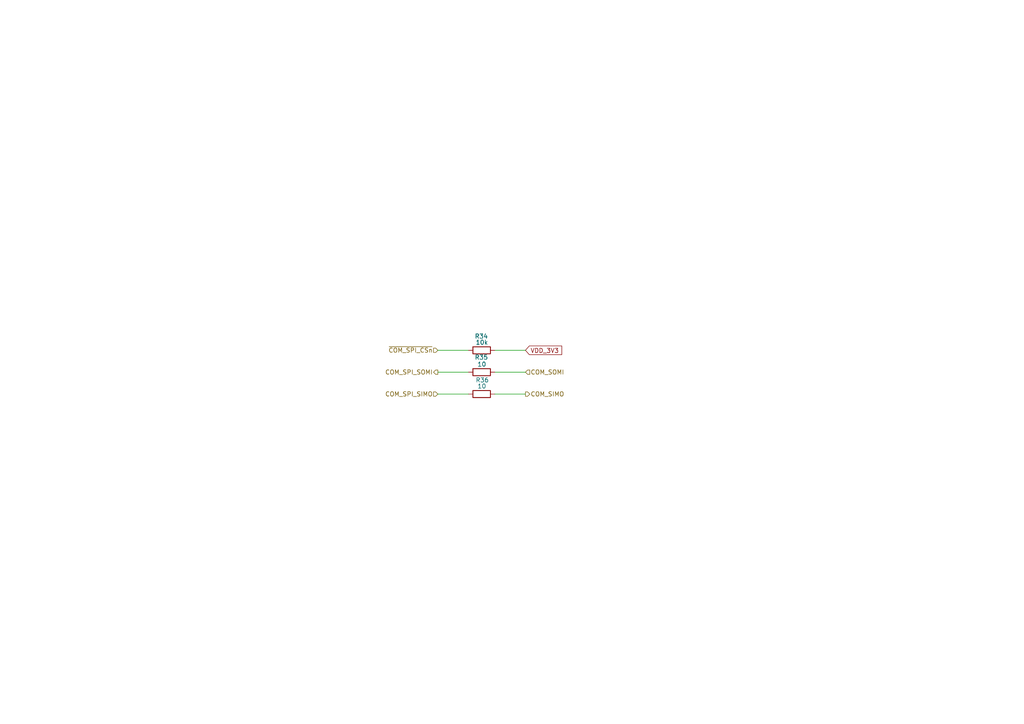
<source format=kicad_sch>
(kicad_sch (version 20231120) (generator "eeschema") (generator_version "8.0")
  (paper "A4")
  (title_block (title "Open MOtor DRiver Initiative  - Single Axis (OMODRI_SA)") (date "2024-03-20") (rev "1.0") (company "LAAS/CNRS"))
  (lib_symbols
    (symbol "Device:R" (pin_numbers hide) (pin_names (offset 0))
      (property "Reference" "R" (at 2.032 0 90))
      (property "Value" "R" (at 0 0 90))
      (symbol "R_0_1"
        (rectangle (start -1.016 -2.54) (end 1.016 2.54) (stroke (width 0.254)))
      )
      (symbol "R_1_1"
        (pin passive line (at 0 3.81 270) (length 1.27) (name "~") (number "1"))
        (pin passive line (at 0 -3.81 90) (length 1.27) (name "~") (number "2"))
      )
    )
  )
  (wire (pts (xy 127 101.6) (xy 135.89 101.6)))
  (wire (pts (xy 152.4 101.6) (xy 143.51 101.6)))
  (wire (pts (xy 135.89 107.95) (xy 127 107.95)))
  (wire (pts (xy 143.51 107.95) (xy 152.4 107.95)))
  (wire (pts (xy 143.51 114.3) (xy 152.4 114.3)))
  (wire (pts (xy 127 114.3) (xy 135.89 114.3)))
  (global_label "VDD_3V3" (shape input) (at 152.4 101.6 0) (property "Intersheetrefs" "${INTERSHEET_REFS}" (effects (hide yes))))
  (hierarchical_label "COM_SPI_SIMO" (shape input) (at 127 114.3 180))
  (hierarchical_label "~{COM_SPI_CSn}" (shape input) (at 127 101.6 180))
  (hierarchical_label "COM_SIMO" (shape output) (at 152.4 114.3 0))
  (hierarchical_label "COM_SPI_SOMI" (shape output) (at 127 107.95 180))
  (hierarchical_label "COM_SOMI" (shape input) (at 152.4 107.95 0))
  (symbol (lib_id "Device:R") (at 139.7 114.3 270) (mirror x) (unit 1)
    (property "Reference" "R36" (at 137.922 110.236 90) (effects (justify left)))
    (property "Value" "10" (at 138.43 112.014 90) (effects (justify left)))
    (property "Footprint" "Resistor_SMD:R_0201_0603Metric" (effects (hide yes)))
    (property "Datasheet" "https://industrial.panasonic.com/sa/products/pt/general-purpose-chip-resistors/models/ERJ1GNJ100C" (effects (hide yes)))
    (property "Description" "0201,10Ω, 0.05W, ±5%, SMD  resistor" (effects (hide yes)))
    (property "DigiKey" "P123219CT-ND" (effects (hide yes)))
    (property "Farnell" "3303146" (effects (hide yes)))
    (property "Mouser" " 667-ERJ-1GNJ100C" (effects (hide yes)))
    (property "Part No" "ERJ1GNJ100C" (effects (hide yes)))
    (property "LCSC" "C2073782" (effects (hide yes)))
    (property "Manufacturer" "PANASONIC" (effects (hide yes)))
    (property "Assembling" "SMD" (effects (hide yes)))
  )
  (symbol (lib_id "Device:R") (at 139.7 107.95 270) (mirror x) (unit 1)
    (property "Reference" "R35" (at 137.668 103.632 90) (effects (justify left)))
    (property "Value" "10" (at 138.43 105.664 90) (effects (justify left)))
    (property "Footprint" "Resistor_SMD:R_0201_0603Metric" (effects (hide yes)))
    (property "Datasheet" "https://industrial.panasonic.com/sa/products/pt/general-purpose-chip-resistors/models/ERJ1GNJ100C" (effects (hide yes)))
    (property "Description" "0201,10Ω, 0.05W, ±5%, SMD  resistor" (effects (hide yes)))
    (property "DigiKey" "P123219CT-ND" (effects (hide yes)))
    (property "Farnell" "3303146" (effects (hide yes)))
    (property "Mouser" " 667-ERJ-1GNJ100C" (effects (hide yes)))
    (property "Part No" "ERJ1GNJ100C" (effects (hide yes)))
    (property "LCSC" "C2073782" (effects (hide yes)))
    (property "Manufacturer" "PANASONIC" (effects (hide yes)))
    (property "Assembling" "SMD" (effects (hide yes)))
  )
  (symbol (lib_id "Device:R") (at 139.7 101.6 90) (unit 1)
    (property "Reference" "R34" (at 137.668 97.536 90) (effects (justify right)))
    (property "Value" "10k" (at 137.922 99.314 90) (effects (justify right)))
    (property "Footprint" "Resistor_SMD:R_0201_0603Metric" (effects (hide yes)))
    (property "Datasheet" "https://industrial.panasonic.com/sa/products/pt/general-purpose-chip-resistors/models/ERJ1GNF1002C" (effects (hide yes)))
    (property "Description" "0201, 10kΩ, 0.05W, ±1%, SMD  resistor" (effects (hide yes)))
    (property "DigiKey" "P122414CT-ND" (effects (hide yes)))
    (property "Farnell" "2302362" (effects (hide yes)))
    (property "Mouser" "667-ERJ-1GNF1002C" (effects (hide yes)))
    (property "Part No" "ERJ1GNF1002C" (effects (hide yes)))
    (property "RS" "176-3597" (effects (hide yes)))
    (property "LCSC" "C717002" (effects (hide yes)))
    (property "Manufacturer" "PANASONIC" (effects (hide yes)))
    (property "Assembling" "SMD" (effects (hide yes)))
  )
)
</source>
